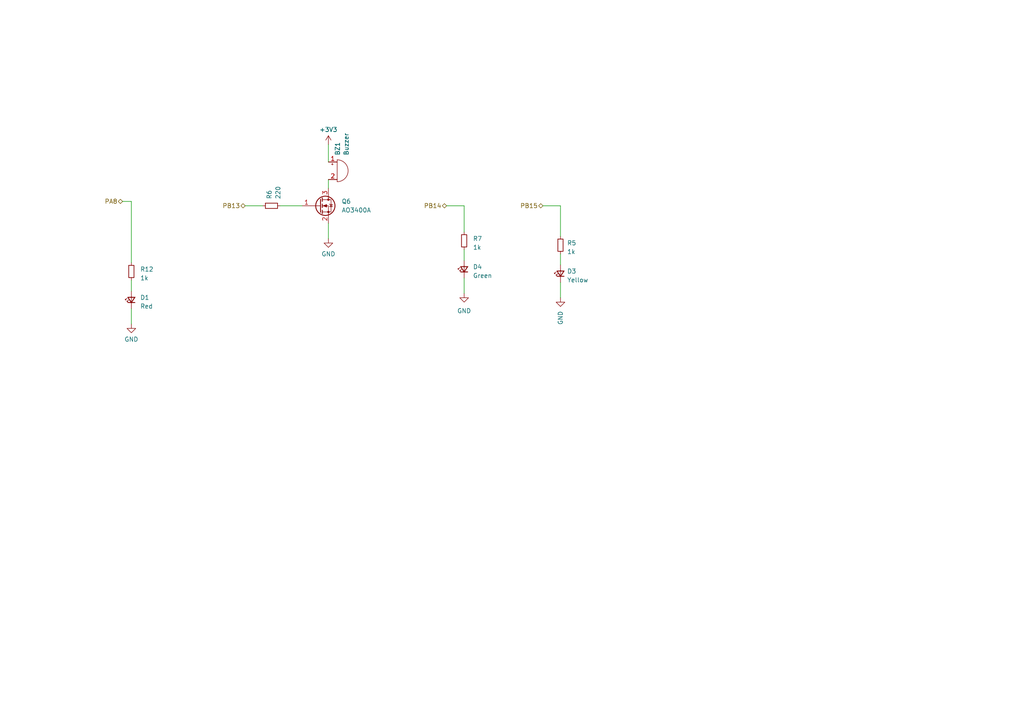
<source format=kicad_sch>
(kicad_sch
	(version 20231120)
	(generator "eeschema")
	(generator_version "8.0")
	(uuid "91e5d31f-71b0-4b7a-815d-e875d7544a4e")
	(paper "A4")
	(lib_symbols
		(symbol "AO3400A_1"
			(pin_names hide)
			(exclude_from_sim no)
			(in_bom yes)
			(on_board yes)
			(property "Reference" "Q"
				(at 5.08 1.905 0)
				(effects
					(font
						(size 1.27 1.27)
					)
					(justify left)
				)
			)
			(property "Value" "AO3400A"
				(at 5.08 0 0)
				(effects
					(font
						(size 1.27 1.27)
					)
					(justify left)
				)
			)
			(property "Footprint" "Package_TO_SOT_SMD:SOT-23"
				(at 5.08 -1.905 0)
				(effects
					(font
						(size 1.27 1.27)
						(italic yes)
					)
					(justify left)
					(hide yes)
				)
			)
			(property "Datasheet" "http://www.aosmd.com/pdfs/datasheet/AO3400A.pdf"
				(at 5.08 -3.81 0)
				(effects
					(font
						(size 1.27 1.27)
					)
					(justify left)
					(hide yes)
				)
			)
			(property "Description" "30V Vds, 5.7A Id, N-Channel MOSFET, SOT-23"
				(at 0 0 0)
				(effects
					(font
						(size 1.27 1.27)
					)
					(hide yes)
				)
			)
			(property "ki_keywords" "N-Channel MOSFET"
				(at 0 0 0)
				(effects
					(font
						(size 1.27 1.27)
					)
					(hide yes)
				)
			)
			(property "ki_fp_filters" "SOT?23*"
				(at 0 0 0)
				(effects
					(font
						(size 1.27 1.27)
					)
					(hide yes)
				)
			)
			(symbol "AO3400A_1_0_1"
				(polyline
					(pts
						(xy 0.254 0) (xy -2.54 0)
					)
					(stroke
						(width 0)
						(type default)
					)
					(fill
						(type none)
					)
				)
				(polyline
					(pts
						(xy 0.254 1.905) (xy 0.254 -1.905)
					)
					(stroke
						(width 0.254)
						(type default)
					)
					(fill
						(type none)
					)
				)
				(polyline
					(pts
						(xy 0.762 -1.27) (xy 0.762 -2.286)
					)
					(stroke
						(width 0.254)
						(type default)
					)
					(fill
						(type none)
					)
				)
				(polyline
					(pts
						(xy 0.762 0.508) (xy 0.762 -0.508)
					)
					(stroke
						(width 0.254)
						(type default)
					)
					(fill
						(type none)
					)
				)
				(polyline
					(pts
						(xy 0.762 2.286) (xy 0.762 1.27)
					)
					(stroke
						(width 0.254)
						(type default)
					)
					(fill
						(type none)
					)
				)
				(polyline
					(pts
						(xy 2.54 2.54) (xy 2.54 1.778)
					)
					(stroke
						(width 0)
						(type default)
					)
					(fill
						(type none)
					)
				)
				(polyline
					(pts
						(xy 2.54 -2.54) (xy 2.54 0) (xy 0.762 0)
					)
					(stroke
						(width 0)
						(type default)
					)
					(fill
						(type none)
					)
				)
				(polyline
					(pts
						(xy 0.762 -1.778) (xy 3.302 -1.778) (xy 3.302 1.778) (xy 0.762 1.778)
					)
					(stroke
						(width 0)
						(type default)
					)
					(fill
						(type none)
					)
				)
				(polyline
					(pts
						(xy 1.016 0) (xy 2.032 0.381) (xy 2.032 -0.381) (xy 1.016 0)
					)
					(stroke
						(width 0)
						(type default)
					)
					(fill
						(type outline)
					)
				)
				(polyline
					(pts
						(xy 2.794 0.508) (xy 2.921 0.381) (xy 3.683 0.381) (xy 3.81 0.254)
					)
					(stroke
						(width 0)
						(type default)
					)
					(fill
						(type none)
					)
				)
				(polyline
					(pts
						(xy 3.302 0.381) (xy 2.921 -0.254) (xy 3.683 -0.254) (xy 3.302 0.381)
					)
					(stroke
						(width 0)
						(type default)
					)
					(fill
						(type none)
					)
				)
				(circle
					(center 1.651 0)
					(radius 2.794)
					(stroke
						(width 0.254)
						(type default)
					)
					(fill
						(type none)
					)
				)
				(circle
					(center 2.54 -1.778)
					(radius 0.254)
					(stroke
						(width 0)
						(type default)
					)
					(fill
						(type outline)
					)
				)
				(circle
					(center 2.54 1.778)
					(radius 0.254)
					(stroke
						(width 0)
						(type default)
					)
					(fill
						(type outline)
					)
				)
			)
			(symbol "AO3400A_1_1_1"
				(pin input line
					(at -5.08 0 0)
					(length 2.54)
					(name "G"
						(effects
							(font
								(size 1.27 1.27)
							)
						)
					)
					(number "1"
						(effects
							(font
								(size 1.27 1.27)
							)
						)
					)
				)
				(pin passive line
					(at 2.54 -5.08 90)
					(length 2.54)
					(name "S"
						(effects
							(font
								(size 1.27 1.27)
							)
						)
					)
					(number "2"
						(effects
							(font
								(size 1.27 1.27)
							)
						)
					)
				)
				(pin passive line
					(at 2.54 5.08 270)
					(length 2.54)
					(name "D"
						(effects
							(font
								(size 1.27 1.27)
							)
						)
					)
					(number "3"
						(effects
							(font
								(size 1.27 1.27)
							)
						)
					)
				)
			)
		)
		(symbol "Device:Buzzer"
			(pin_names
				(offset 0.0254) hide)
			(exclude_from_sim no)
			(in_bom yes)
			(on_board yes)
			(property "Reference" "BZ"
				(at 3.81 1.27 0)
				(effects
					(font
						(size 1.27 1.27)
					)
					(justify left)
				)
			)
			(property "Value" "Buzzer"
				(at 3.81 -1.27 0)
				(effects
					(font
						(size 1.27 1.27)
					)
					(justify left)
				)
			)
			(property "Footprint" ""
				(at -0.635 2.54 90)
				(effects
					(font
						(size 1.27 1.27)
					)
					(hide yes)
				)
			)
			(property "Datasheet" "~"
				(at -0.635 2.54 90)
				(effects
					(font
						(size 1.27 1.27)
					)
					(hide yes)
				)
			)
			(property "Description" "Buzzer, polarized"
				(at 0 0 0)
				(effects
					(font
						(size 1.27 1.27)
					)
					(hide yes)
				)
			)
			(property "ki_keywords" "quartz resonator ceramic"
				(at 0 0 0)
				(effects
					(font
						(size 1.27 1.27)
					)
					(hide yes)
				)
			)
			(property "ki_fp_filters" "*Buzzer*"
				(at 0 0 0)
				(effects
					(font
						(size 1.27 1.27)
					)
					(hide yes)
				)
			)
			(symbol "Buzzer_0_1"
				(arc
					(start 0 -3.175)
					(mid 3.1612 0)
					(end 0 3.175)
					(stroke
						(width 0)
						(type default)
					)
					(fill
						(type none)
					)
				)
				(polyline
					(pts
						(xy -1.651 1.905) (xy -1.143 1.905)
					)
					(stroke
						(width 0)
						(type default)
					)
					(fill
						(type none)
					)
				)
				(polyline
					(pts
						(xy -1.397 2.159) (xy -1.397 1.651)
					)
					(stroke
						(width 0)
						(type default)
					)
					(fill
						(type none)
					)
				)
				(polyline
					(pts
						(xy 0 3.175) (xy 0 -3.175)
					)
					(stroke
						(width 0)
						(type default)
					)
					(fill
						(type none)
					)
				)
			)
			(symbol "Buzzer_1_1"
				(pin passive line
					(at -2.54 2.54 0)
					(length 2.54)
					(name "-"
						(effects
							(font
								(size 1.27 1.27)
							)
						)
					)
					(number "1"
						(effects
							(font
								(size 1.27 1.27)
							)
						)
					)
				)
				(pin passive line
					(at -2.54 -2.54 0)
					(length 2.54)
					(name "+"
						(effects
							(font
								(size 1.27 1.27)
							)
						)
					)
					(number "2"
						(effects
							(font
								(size 1.27 1.27)
							)
						)
					)
				)
			)
		)
		(symbol "Device:LED_Small"
			(pin_numbers hide)
			(pin_names
				(offset 0.254) hide)
			(exclude_from_sim no)
			(in_bom yes)
			(on_board yes)
			(property "Reference" "D"
				(at -1.27 3.175 0)
				(effects
					(font
						(size 1.27 1.27)
					)
					(justify left)
				)
			)
			(property "Value" "LED_Small"
				(at -4.445 -2.54 0)
				(effects
					(font
						(size 1.27 1.27)
					)
					(justify left)
				)
			)
			(property "Footprint" ""
				(at 0 0 90)
				(effects
					(font
						(size 1.27 1.27)
					)
					(hide yes)
				)
			)
			(property "Datasheet" "~"
				(at 0 0 90)
				(effects
					(font
						(size 1.27 1.27)
					)
					(hide yes)
				)
			)
			(property "Description" "Light emitting diode, small symbol"
				(at 0 0 0)
				(effects
					(font
						(size 1.27 1.27)
					)
					(hide yes)
				)
			)
			(property "ki_keywords" "LED diode light-emitting-diode"
				(at 0 0 0)
				(effects
					(font
						(size 1.27 1.27)
					)
					(hide yes)
				)
			)
			(property "ki_fp_filters" "LED* LED_SMD:* LED_THT:*"
				(at 0 0 0)
				(effects
					(font
						(size 1.27 1.27)
					)
					(hide yes)
				)
			)
			(symbol "LED_Small_0_1"
				(polyline
					(pts
						(xy -0.762 -1.016) (xy -0.762 1.016)
					)
					(stroke
						(width 0.254)
						(type default)
					)
					(fill
						(type none)
					)
				)
				(polyline
					(pts
						(xy 1.016 0) (xy -0.762 0)
					)
					(stroke
						(width 0)
						(type default)
					)
					(fill
						(type none)
					)
				)
				(polyline
					(pts
						(xy 0.762 -1.016) (xy -0.762 0) (xy 0.762 1.016) (xy 0.762 -1.016)
					)
					(stroke
						(width 0.254)
						(type default)
					)
					(fill
						(type none)
					)
				)
				(polyline
					(pts
						(xy 0 0.762) (xy -0.508 1.27) (xy -0.254 1.27) (xy -0.508 1.27) (xy -0.508 1.016)
					)
					(stroke
						(width 0)
						(type default)
					)
					(fill
						(type none)
					)
				)
				(polyline
					(pts
						(xy 0.508 1.27) (xy 0 1.778) (xy 0.254 1.778) (xy 0 1.778) (xy 0 1.524)
					)
					(stroke
						(width 0)
						(type default)
					)
					(fill
						(type none)
					)
				)
			)
			(symbol "LED_Small_1_1"
				(pin passive line
					(at -2.54 0 0)
					(length 1.778)
					(name "K"
						(effects
							(font
								(size 1.27 1.27)
							)
						)
					)
					(number "1"
						(effects
							(font
								(size 1.27 1.27)
							)
						)
					)
				)
				(pin passive line
					(at 2.54 0 180)
					(length 1.778)
					(name "A"
						(effects
							(font
								(size 1.27 1.27)
							)
						)
					)
					(number "2"
						(effects
							(font
								(size 1.27 1.27)
							)
						)
					)
				)
			)
		)
		(symbol "Device:R_Small"
			(pin_numbers hide)
			(pin_names
				(offset 0.254) hide)
			(exclude_from_sim no)
			(in_bom yes)
			(on_board yes)
			(property "Reference" "R"
				(at 0.762 0.508 0)
				(effects
					(font
						(size 1.27 1.27)
					)
					(justify left)
				)
			)
			(property "Value" "R_Small"
				(at 0.762 -1.016 0)
				(effects
					(font
						(size 1.27 1.27)
					)
					(justify left)
				)
			)
			(property "Footprint" ""
				(at 0 0 0)
				(effects
					(font
						(size 1.27 1.27)
					)
					(hide yes)
				)
			)
			(property "Datasheet" "~"
				(at 0 0 0)
				(effects
					(font
						(size 1.27 1.27)
					)
					(hide yes)
				)
			)
			(property "Description" "Resistor, small symbol"
				(at 0 0 0)
				(effects
					(font
						(size 1.27 1.27)
					)
					(hide yes)
				)
			)
			(property "ki_keywords" "R resistor"
				(at 0 0 0)
				(effects
					(font
						(size 1.27 1.27)
					)
					(hide yes)
				)
			)
			(property "ki_fp_filters" "R_*"
				(at 0 0 0)
				(effects
					(font
						(size 1.27 1.27)
					)
					(hide yes)
				)
			)
			(symbol "R_Small_0_1"
				(rectangle
					(start -0.762 1.778)
					(end 0.762 -1.778)
					(stroke
						(width 0.2032)
						(type default)
					)
					(fill
						(type none)
					)
				)
			)
			(symbol "R_Small_1_1"
				(pin passive line
					(at 0 2.54 270)
					(length 0.762)
					(name "~"
						(effects
							(font
								(size 1.27 1.27)
							)
						)
					)
					(number "1"
						(effects
							(font
								(size 1.27 1.27)
							)
						)
					)
				)
				(pin passive line
					(at 0 -2.54 90)
					(length 0.762)
					(name "~"
						(effects
							(font
								(size 1.27 1.27)
							)
						)
					)
					(number "2"
						(effects
							(font
								(size 1.27 1.27)
							)
						)
					)
				)
			)
		)
		(symbol "power:+3V3"
			(power)
			(pin_names
				(offset 0)
			)
			(exclude_from_sim no)
			(in_bom yes)
			(on_board yes)
			(property "Reference" "#PWR"
				(at 0 -3.81 0)
				(effects
					(font
						(size 1.27 1.27)
					)
					(hide yes)
				)
			)
			(property "Value" "+3V3"
				(at 0 3.556 0)
				(effects
					(font
						(size 1.27 1.27)
					)
				)
			)
			(property "Footprint" ""
				(at 0 0 0)
				(effects
					(font
						(size 1.27 1.27)
					)
					(hide yes)
				)
			)
			(property "Datasheet" ""
				(at 0 0 0)
				(effects
					(font
						(size 1.27 1.27)
					)
					(hide yes)
				)
			)
			(property "Description" "Power symbol creates a global label with name \"+3V3\""
				(at 0 0 0)
				(effects
					(font
						(size 1.27 1.27)
					)
					(hide yes)
				)
			)
			(property "ki_keywords" "power-flag"
				(at 0 0 0)
				(effects
					(font
						(size 1.27 1.27)
					)
					(hide yes)
				)
			)
			(symbol "+3V3_0_1"
				(polyline
					(pts
						(xy -0.762 1.27) (xy 0 2.54)
					)
					(stroke
						(width 0)
						(type default)
					)
					(fill
						(type none)
					)
				)
				(polyline
					(pts
						(xy 0 0) (xy 0 2.54)
					)
					(stroke
						(width 0)
						(type default)
					)
					(fill
						(type none)
					)
				)
				(polyline
					(pts
						(xy 0 2.54) (xy 0.762 1.27)
					)
					(stroke
						(width 0)
						(type default)
					)
					(fill
						(type none)
					)
				)
			)
			(symbol "+3V3_1_1"
				(pin power_in line
					(at 0 0 90)
					(length 0) hide
					(name "+3V3"
						(effects
							(font
								(size 1.27 1.27)
							)
						)
					)
					(number "1"
						(effects
							(font
								(size 1.27 1.27)
							)
						)
					)
				)
			)
		)
		(symbol "power:GND"
			(power)
			(pin_names
				(offset 0)
			)
			(exclude_from_sim no)
			(in_bom yes)
			(on_board yes)
			(property "Reference" "#PWR"
				(at 0 -6.35 0)
				(effects
					(font
						(size 1.27 1.27)
					)
					(hide yes)
				)
			)
			(property "Value" "GND"
				(at 0 -3.81 0)
				(effects
					(font
						(size 1.27 1.27)
					)
				)
			)
			(property "Footprint" ""
				(at 0 0 0)
				(effects
					(font
						(size 1.27 1.27)
					)
					(hide yes)
				)
			)
			(property "Datasheet" ""
				(at 0 0 0)
				(effects
					(font
						(size 1.27 1.27)
					)
					(hide yes)
				)
			)
			(property "Description" "Power symbol creates a global label with name \"GND\" , ground"
				(at 0 0 0)
				(effects
					(font
						(size 1.27 1.27)
					)
					(hide yes)
				)
			)
			(property "ki_keywords" "power-flag"
				(at 0 0 0)
				(effects
					(font
						(size 1.27 1.27)
					)
					(hide yes)
				)
			)
			(symbol "GND_0_1"
				(polyline
					(pts
						(xy 0 0) (xy 0 -1.27) (xy 1.27 -1.27) (xy 0 -2.54) (xy -1.27 -1.27) (xy 0 -1.27)
					)
					(stroke
						(width 0)
						(type default)
					)
					(fill
						(type none)
					)
				)
			)
			(symbol "GND_1_1"
				(pin power_in line
					(at 0 0 270)
					(length 0) hide
					(name "GND"
						(effects
							(font
								(size 1.27 1.27)
							)
						)
					)
					(number "1"
						(effects
							(font
								(size 1.27 1.27)
							)
						)
					)
				)
			)
		)
	)
	(wire
		(pts
			(xy 38.1 81.28) (xy 38.1 84.455)
		)
		(stroke
			(width 0)
			(type default)
		)
		(uuid "08e9c1b9-8531-43b7-8725-3fea9caab864")
	)
	(wire
		(pts
			(xy 95.25 64.77) (xy 95.25 69.215)
		)
		(stroke
			(width 0)
			(type default)
		)
		(uuid "20dd97c1-de2e-496e-a880-e0c56edc1153")
	)
	(wire
		(pts
			(xy 95.25 52.07) (xy 95.25 54.61)
		)
		(stroke
			(width 0)
			(type default)
		)
		(uuid "462e9a34-c236-4224-ab61-a35b7cbf2e63")
	)
	(wire
		(pts
			(xy 71.12 59.69) (xy 76.2 59.69)
		)
		(stroke
			(width 0)
			(type default)
		)
		(uuid "501cf441-4100-44f0-b3f0-276c23f615cc")
	)
	(wire
		(pts
			(xy 134.62 72.39) (xy 134.62 75.565)
		)
		(stroke
			(width 0)
			(type default)
		)
		(uuid "5a7cf51f-26e6-41e8-93eb-082155aa0b2b")
	)
	(wire
		(pts
			(xy 157.48 59.69) (xy 162.56 59.69)
		)
		(stroke
			(width 0)
			(type default)
		)
		(uuid "68d9c40a-bdd1-4d1c-8872-dc4f8ebb84e1")
	)
	(wire
		(pts
			(xy 95.25 41.91) (xy 95.25 46.99)
		)
		(stroke
			(width 0)
			(type default)
		)
		(uuid "8c33377d-8cff-44af-8839-fedd90fe30f9")
	)
	(wire
		(pts
			(xy 134.62 80.645) (xy 134.62 85.09)
		)
		(stroke
			(width 0)
			(type default)
		)
		(uuid "8fd243e9-072b-4455-b86b-569ab1d62206")
	)
	(wire
		(pts
			(xy 162.56 73.66) (xy 162.56 76.835)
		)
		(stroke
			(width 0)
			(type default)
		)
		(uuid "92be7a98-d01c-4445-9a75-52e4dbac81a7")
	)
	(wire
		(pts
			(xy 81.28 59.69) (xy 87.63 59.69)
		)
		(stroke
			(width 0)
			(type default)
		)
		(uuid "a68aec1a-bba8-4430-a6bc-d3bf2ae7037f")
	)
	(wire
		(pts
			(xy 162.56 59.69) (xy 162.56 68.58)
		)
		(stroke
			(width 0)
			(type default)
		)
		(uuid "aee321a0-b10b-4e4f-ae27-c494bcd657c4")
	)
	(wire
		(pts
			(xy 38.1 58.42) (xy 35.56 58.42)
		)
		(stroke
			(width 0)
			(type default)
		)
		(uuid "bdffe013-ed74-4e8b-8ab3-12594156e171")
	)
	(wire
		(pts
			(xy 38.1 58.42) (xy 38.1 76.2)
		)
		(stroke
			(width 0)
			(type default)
		)
		(uuid "c60922a3-e1be-4ae9-9348-1b02808fa15f")
	)
	(wire
		(pts
			(xy 134.62 59.69) (xy 134.62 67.31)
		)
		(stroke
			(width 0)
			(type default)
		)
		(uuid "c94a69c2-4fae-484a-a002-05a6c102d3eb")
	)
	(wire
		(pts
			(xy 162.56 81.915) (xy 162.56 86.36)
		)
		(stroke
			(width 0)
			(type default)
		)
		(uuid "dbd5517f-5883-4e94-b81e-92f5fb858072")
	)
	(wire
		(pts
			(xy 38.1 89.535) (xy 38.1 93.98)
		)
		(stroke
			(width 0)
			(type default)
		)
		(uuid "ee01865f-0565-47da-9b80-9d7c5e756d30")
	)
	(wire
		(pts
			(xy 129.54 59.69) (xy 134.62 59.69)
		)
		(stroke
			(width 0)
			(type default)
		)
		(uuid "fa1530a8-6039-41cb-8190-29c865591596")
	)
	(hierarchical_label "PA8"
		(shape bidirectional)
		(at 35.56 58.42 180)
		(fields_autoplaced yes)
		(effects
			(font
				(size 1.27 1.27)
			)
			(justify right)
		)
		(uuid "168e1eb6-2dbd-4e84-b6dd-4f93b889e9d9")
	)
	(hierarchical_label "PB13"
		(shape bidirectional)
		(at 71.12 59.69 180)
		(fields_autoplaced yes)
		(effects
			(font
				(size 1.27 1.27)
			)
			(justify right)
		)
		(uuid "30d342f6-99a6-475d-8493-dd2aa0121d4b")
	)
	(hierarchical_label "PB15"
		(shape bidirectional)
		(at 157.48 59.69 180)
		(fields_autoplaced yes)
		(effects
			(font
				(size 1.27 1.27)
			)
			(justify right)
		)
		(uuid "79b6080a-8b85-4d95-bacd-81309f4bd022")
	)
	(hierarchical_label "PB14"
		(shape bidirectional)
		(at 129.54 59.69 180)
		(fields_autoplaced yes)
		(effects
			(font
				(size 1.27 1.27)
			)
			(justify right)
		)
		(uuid "e019c792-291f-4083-8b49-67be9d1593f8")
	)
	(symbol
		(lib_id "Device:R_Small")
		(at 134.62 69.85 180)
		(unit 1)
		(exclude_from_sim no)
		(in_bom yes)
		(on_board yes)
		(dnp no)
		(fields_autoplaced yes)
		(uuid "223e263d-077f-4f50-b799-4f19b9379d33")
		(property "Reference" "R7"
			(at 137.16 69.215 0)
			(effects
				(font
					(size 1.27 1.27)
				)
				(justify right)
			)
		)
		(property "Value" "1k"
			(at 137.16 71.755 0)
			(effects
				(font
					(size 1.27 1.27)
				)
				(justify right)
			)
		)
		(property "Footprint" "Resistor_SMD:R_0603_1608Metric"
			(at 134.62 69.85 0)
			(effects
				(font
					(size 1.27 1.27)
				)
				(hide yes)
			)
		)
		(property "Datasheet" "~"
			(at 134.62 69.85 0)
			(effects
				(font
					(size 1.27 1.27)
				)
				(hide yes)
			)
		)
		(property "Description" ""
			(at 134.62 69.85 0)
			(effects
				(font
					(size 1.27 1.27)
				)
				(hide yes)
			)
		)
		(pin "1"
			(uuid "1cab271f-f742-4d5d-acbc-802ab9676013")
		)
		(pin "2"
			(uuid "101b34ef-d194-49ec-9235-ef50d8be6e03")
		)
		(instances
			(project "remote_controller"
				(path "/e63e39d7-6ac0-4ffd-8aa3-1841a4541b55/a3055886-949d-4132-bd0e-9f28edad5126"
					(reference "R7")
					(unit 1)
				)
			)
		)
	)
	(symbol
		(lib_id "power:GND")
		(at 38.1 93.98 0)
		(unit 1)
		(exclude_from_sim no)
		(in_bom yes)
		(on_board yes)
		(dnp no)
		(fields_autoplaced yes)
		(uuid "36875ace-de5a-4123-86f2-cb0e93980ef5")
		(property "Reference" "#PWR028"
			(at 38.1 100.33 0)
			(effects
				(font
					(size 1.27 1.27)
				)
				(hide yes)
			)
		)
		(property "Value" "GND"
			(at 38.1 98.425 0)
			(effects
				(font
					(size 1.27 1.27)
				)
			)
		)
		(property "Footprint" ""
			(at 38.1 93.98 0)
			(effects
				(font
					(size 1.27 1.27)
				)
				(hide yes)
			)
		)
		(property "Datasheet" ""
			(at 38.1 93.98 0)
			(effects
				(font
					(size 1.27 1.27)
				)
				(hide yes)
			)
		)
		(property "Description" ""
			(at 38.1 93.98 0)
			(effects
				(font
					(size 1.27 1.27)
				)
				(hide yes)
			)
		)
		(pin "1"
			(uuid "bc8e3778-8ad4-44bd-bc3d-4ee94b10461b")
		)
		(instances
			(project "remote_controller"
				(path "/e63e39d7-6ac0-4ffd-8aa3-1841a4541b55/a3055886-949d-4132-bd0e-9f28edad5126"
					(reference "#PWR028")
					(unit 1)
				)
			)
		)
	)
	(symbol
		(lib_id "Device:LED_Small")
		(at 162.56 79.375 90)
		(unit 1)
		(exclude_from_sim no)
		(in_bom yes)
		(on_board yes)
		(dnp no)
		(fields_autoplaced yes)
		(uuid "3ca3d18e-0238-4576-9832-721888bdccf2")
		(property "Reference" "D3"
			(at 164.465 78.6765 90)
			(effects
				(font
					(size 1.27 1.27)
				)
				(justify right)
			)
		)
		(property "Value" "Yellow"
			(at 164.465 81.2165 90)
			(effects
				(font
					(size 1.27 1.27)
				)
				(justify right)
			)
		)
		(property "Footprint" "LED_SMD:LED_0603_1608Metric"
			(at 162.56 79.375 90)
			(effects
				(font
					(size 1.27 1.27)
				)
				(hide yes)
			)
		)
		(property "Datasheet" "~"
			(at 162.56 79.375 90)
			(effects
				(font
					(size 1.27 1.27)
				)
				(hide yes)
			)
		)
		(property "Description" ""
			(at 162.56 79.375 0)
			(effects
				(font
					(size 1.27 1.27)
				)
				(hide yes)
			)
		)
		(pin "1"
			(uuid "a9f64bc5-b57c-4302-ac75-83d906465f99")
		)
		(pin "2"
			(uuid "55e54083-0b56-4c26-851e-fab47fe4e277")
		)
		(instances
			(project "remote_controller"
				(path "/e63e39d7-6ac0-4ffd-8aa3-1841a4541b55/a3055886-949d-4132-bd0e-9f28edad5126"
					(reference "D3")
					(unit 1)
				)
			)
		)
	)
	(symbol
		(lib_id "power:+3V3")
		(at 95.25 41.91 0)
		(unit 1)
		(exclude_from_sim no)
		(in_bom yes)
		(on_board yes)
		(dnp no)
		(fields_autoplaced yes)
		(uuid "57f06444-acf7-44eb-9441-af124f6ee1a8")
		(property "Reference" "#PWR014"
			(at 95.25 45.72 0)
			(effects
				(font
					(size 1.27 1.27)
				)
				(hide yes)
			)
		)
		(property "Value" "+3V3"
			(at 95.25 37.592 0)
			(effects
				(font
					(size 1.27 1.27)
				)
			)
		)
		(property "Footprint" ""
			(at 95.25 41.91 0)
			(effects
				(font
					(size 1.27 1.27)
				)
				(hide yes)
			)
		)
		(property "Datasheet" ""
			(at 95.25 41.91 0)
			(effects
				(font
					(size 1.27 1.27)
				)
				(hide yes)
			)
		)
		(property "Description" ""
			(at 95.25 41.91 0)
			(effects
				(font
					(size 1.27 1.27)
				)
				(hide yes)
			)
		)
		(pin "1"
			(uuid "ebd64b2f-e641-4095-b331-18915e0d78e4")
		)
		(instances
			(project "remote_controller"
				(path "/e63e39d7-6ac0-4ffd-8aa3-1841a4541b55/a3055886-949d-4132-bd0e-9f28edad5126"
					(reference "#PWR014")
					(unit 1)
				)
			)
		)
	)
	(symbol
		(lib_id "Device:R_Small")
		(at 78.74 59.69 270)
		(unit 1)
		(exclude_from_sim no)
		(in_bom yes)
		(on_board yes)
		(dnp no)
		(fields_autoplaced yes)
		(uuid "60ad5420-02f7-4213-b851-22530ea8638a")
		(property "Reference" "R6"
			(at 78.105 57.785 0)
			(effects
				(font
					(size 1.27 1.27)
				)
				(justify right)
			)
		)
		(property "Value" "220"
			(at 80.645 57.785 0)
			(effects
				(font
					(size 1.27 1.27)
				)
				(justify right)
			)
		)
		(property "Footprint" "Resistor_SMD:R_0603_1608Metric"
			(at 78.74 59.69 0)
			(effects
				(font
					(size 1.27 1.27)
				)
				(hide yes)
			)
		)
		(property "Datasheet" "~"
			(at 78.74 59.69 0)
			(effects
				(font
					(size 1.27 1.27)
				)
				(hide yes)
			)
		)
		(property "Description" ""
			(at 78.74 59.69 0)
			(effects
				(font
					(size 1.27 1.27)
				)
				(hide yes)
			)
		)
		(pin "1"
			(uuid "0b9278a4-4a8e-4361-b3d0-c48a03ebe3f4")
		)
		(pin "2"
			(uuid "a9dcd849-0363-449b-879f-5044519c0526")
		)
		(instances
			(project "remote_controller"
				(path "/e63e39d7-6ac0-4ffd-8aa3-1841a4541b55/a3055886-949d-4132-bd0e-9f28edad5126"
					(reference "R6")
					(unit 1)
				)
			)
		)
	)
	(symbol
		(lib_id "power:GND")
		(at 95.25 69.215 0)
		(unit 1)
		(exclude_from_sim no)
		(in_bom yes)
		(on_board yes)
		(dnp no)
		(fields_autoplaced yes)
		(uuid "6dc581f8-99e5-40c5-94fa-bced2f52633a")
		(property "Reference" "#PWR015"
			(at 95.25 75.565 0)
			(effects
				(font
					(size 1.27 1.27)
				)
				(hide yes)
			)
		)
		(property "Value" "GND"
			(at 95.25 73.66 0)
			(effects
				(font
					(size 1.27 1.27)
				)
			)
		)
		(property "Footprint" ""
			(at 95.25 69.215 0)
			(effects
				(font
					(size 1.27 1.27)
				)
				(hide yes)
			)
		)
		(property "Datasheet" ""
			(at 95.25 69.215 0)
			(effects
				(font
					(size 1.27 1.27)
				)
				(hide yes)
			)
		)
		(property "Description" ""
			(at 95.25 69.215 0)
			(effects
				(font
					(size 1.27 1.27)
				)
				(hide yes)
			)
		)
		(pin "1"
			(uuid "3dc1ad87-fa45-454b-b05a-968d2ae06207")
		)
		(instances
			(project "remote_controller"
				(path "/e63e39d7-6ac0-4ffd-8aa3-1841a4541b55/a3055886-949d-4132-bd0e-9f28edad5126"
					(reference "#PWR015")
					(unit 1)
				)
			)
		)
	)
	(symbol
		(lib_id "power:GND")
		(at 134.62 85.09 0)
		(unit 1)
		(exclude_from_sim no)
		(in_bom yes)
		(on_board yes)
		(dnp no)
		(fields_autoplaced yes)
		(uuid "87472370-dc06-4d5e-bd11-01fbf6339b42")
		(property "Reference" "#PWR013"
			(at 134.62 91.44 0)
			(effects
				(font
					(size 1.27 1.27)
				)
				(hide yes)
			)
		)
		(property "Value" "GND"
			(at 134.62 90.17 0)
			(effects
				(font
					(size 1.27 1.27)
				)
			)
		)
		(property "Footprint" ""
			(at 134.62 85.09 0)
			(effects
				(font
					(size 1.27 1.27)
				)
				(hide yes)
			)
		)
		(property "Datasheet" ""
			(at 134.62 85.09 0)
			(effects
				(font
					(size 1.27 1.27)
				)
				(hide yes)
			)
		)
		(property "Description" ""
			(at 134.62 85.09 0)
			(effects
				(font
					(size 1.27 1.27)
				)
				(hide yes)
			)
		)
		(pin "1"
			(uuid "b55fb48e-3e06-4715-bd56-504d43751cbe")
		)
		(instances
			(project "remote_controller"
				(path "/e63e39d7-6ac0-4ffd-8aa3-1841a4541b55/a3055886-949d-4132-bd0e-9f28edad5126"
					(reference "#PWR013")
					(unit 1)
				)
			)
		)
	)
	(symbol
		(lib_id "Device:LED_Small")
		(at 38.1 86.995 90)
		(unit 1)
		(exclude_from_sim no)
		(in_bom yes)
		(on_board yes)
		(dnp no)
		(fields_autoplaced yes)
		(uuid "8d3ec406-462a-4397-8c9c-6dcbc8d6b447")
		(property "Reference" "D1"
			(at 40.64 86.2965 90)
			(effects
				(font
					(size 1.27 1.27)
				)
				(justify right)
			)
		)
		(property "Value" "Red"
			(at 40.64 88.8365 90)
			(effects
				(font
					(size 1.27 1.27)
				)
				(justify right)
			)
		)
		(property "Footprint" "LED_SMD:LED_0603_1608Metric"
			(at 38.1 86.995 90)
			(effects
				(font
					(size 1.27 1.27)
				)
				(hide yes)
			)
		)
		(property "Datasheet" "~"
			(at 38.1 86.995 90)
			(effects
				(font
					(size 1.27 1.27)
				)
				(hide yes)
			)
		)
		(property "Description" ""
			(at 38.1 86.995 0)
			(effects
				(font
					(size 1.27 1.27)
				)
				(hide yes)
			)
		)
		(pin "1"
			(uuid "bd1fdb9f-e5bf-4887-bc7b-914447526915")
		)
		(pin "2"
			(uuid "efc238ae-6507-4452-88fa-0f0218f5f741")
		)
		(instances
			(project "remote_controller"
				(path "/e63e39d7-6ac0-4ffd-8aa3-1841a4541b55/a3055886-949d-4132-bd0e-9f28edad5126"
					(reference "D1")
					(unit 1)
				)
			)
		)
	)
	(symbol
		(lib_id "Device:Buzzer")
		(at 97.79 49.53 0)
		(unit 1)
		(exclude_from_sim no)
		(in_bom yes)
		(on_board yes)
		(dnp no)
		(fields_autoplaced yes)
		(uuid "b197c088-c542-42dc-b99d-b2304b419a65")
		(property "Reference" "BZ1"
			(at 97.9101 45.085 90)
			(effects
				(font
					(size 1.27 1.27)
				)
				(justify left)
			)
		)
		(property "Value" "Buzzer"
			(at 100.4501 45.085 90)
			(effects
				(font
					(size 1.27 1.27)
				)
				(justify left)
			)
		)
		(property "Footprint" "IVE:Buzzer_9x5.5RM5.0"
			(at 97.155 46.99 90)
			(effects
				(font
					(size 1.27 1.27)
				)
				(hide yes)
			)
		)
		(property "Datasheet" "~"
			(at 97.155 46.99 90)
			(effects
				(font
					(size 1.27 1.27)
				)
				(hide yes)
			)
		)
		(property "Description" ""
			(at 97.79 49.53 0)
			(effects
				(font
					(size 1.27 1.27)
				)
				(hide yes)
			)
		)
		(pin "1"
			(uuid "cf57c665-30cf-4d04-8b65-ea2e4a78fe64")
		)
		(pin "2"
			(uuid "901e7b65-81b4-4c1d-b681-5cf12be07714")
		)
		(instances
			(project "remote_controller"
				(path "/e63e39d7-6ac0-4ffd-8aa3-1841a4541b55/a3055886-949d-4132-bd0e-9f28edad5126"
					(reference "BZ1")
					(unit 1)
				)
			)
		)
	)
	(symbol
		(lib_id "Device:R_Small")
		(at 38.1 78.74 180)
		(unit 1)
		(exclude_from_sim no)
		(in_bom yes)
		(on_board yes)
		(dnp no)
		(fields_autoplaced yes)
		(uuid "bf24e982-81d5-482c-b4ea-4c142cd88144")
		(property "Reference" "R12"
			(at 40.64 78.105 0)
			(effects
				(font
					(size 1.27 1.27)
				)
				(justify right)
			)
		)
		(property "Value" "1k"
			(at 40.64 80.645 0)
			(effects
				(font
					(size 1.27 1.27)
				)
				(justify right)
			)
		)
		(property "Footprint" "Resistor_SMD:R_0603_1608Metric"
			(at 38.1 78.74 0)
			(effects
				(font
					(size 1.27 1.27)
				)
				(hide yes)
			)
		)
		(property "Datasheet" "~"
			(at 38.1 78.74 0)
			(effects
				(font
					(size 1.27 1.27)
				)
				(hide yes)
			)
		)
		(property "Description" ""
			(at 38.1 78.74 0)
			(effects
				(font
					(size 1.27 1.27)
				)
				(hide yes)
			)
		)
		(pin "1"
			(uuid "34691fba-2692-425b-a5c0-b40a9b9d5aea")
		)
		(pin "2"
			(uuid "4581100e-a8d3-4592-ab0b-b748b62fb3eb")
		)
		(instances
			(project "remote_controller"
				(path "/e63e39d7-6ac0-4ffd-8aa3-1841a4541b55/a3055886-949d-4132-bd0e-9f28edad5126"
					(reference "R12")
					(unit 1)
				)
			)
		)
	)
	(symbol
		(lib_id "Device:R_Small")
		(at 162.56 71.12 180)
		(unit 1)
		(exclude_from_sim no)
		(in_bom yes)
		(on_board yes)
		(dnp no)
		(fields_autoplaced yes)
		(uuid "c4900c66-0b40-4b6b-9bed-e5fca8d1f322")
		(property "Reference" "R5"
			(at 164.465 70.485 0)
			(effects
				(font
					(size 1.27 1.27)
				)
				(justify right)
			)
		)
		(property "Value" "1k"
			(at 164.465 73.025 0)
			(effects
				(font
					(size 1.27 1.27)
				)
				(justify right)
			)
		)
		(property "Footprint" "Resistor_SMD:R_0603_1608Metric"
			(at 162.56 71.12 0)
			(effects
				(font
					(size 1.27 1.27)
				)
				(hide yes)
			)
		)
		(property "Datasheet" "~"
			(at 162.56 71.12 0)
			(effects
				(font
					(size 1.27 1.27)
				)
				(hide yes)
			)
		)
		(property "Description" ""
			(at 162.56 71.12 0)
			(effects
				(font
					(size 1.27 1.27)
				)
				(hide yes)
			)
		)
		(pin "1"
			(uuid "251ebc63-8453-4cf2-877c-41ab09900e58")
		)
		(pin "2"
			(uuid "3785811a-eb21-48fd-8b70-54d5ba5fadf4")
		)
		(instances
			(project "remote_controller"
				(path "/e63e39d7-6ac0-4ffd-8aa3-1841a4541b55/a3055886-949d-4132-bd0e-9f28edad5126"
					(reference "R5")
					(unit 1)
				)
			)
		)
	)
	(symbol
		(lib_id "power:GND")
		(at 162.56 86.36 0)
		(unit 1)
		(exclude_from_sim no)
		(in_bom yes)
		(on_board yes)
		(dnp no)
		(fields_autoplaced yes)
		(uuid "d5ae39a6-8747-4ad0-9817-432d220a0443")
		(property "Reference" "#PWR010"
			(at 162.56 92.71 0)
			(effects
				(font
					(size 1.27 1.27)
				)
				(hide yes)
			)
		)
		(property "Value" "GND"
			(at 162.5601 90.17 90)
			(effects
				(font
					(size 1.27 1.27)
				)
				(justify right)
			)
		)
		(property "Footprint" ""
			(at 162.56 86.36 0)
			(effects
				(font
					(size 1.27 1.27)
				)
				(hide yes)
			)
		)
		(property "Datasheet" ""
			(at 162.56 86.36 0)
			(effects
				(font
					(size 1.27 1.27)
				)
				(hide yes)
			)
		)
		(property "Description" ""
			(at 162.56 86.36 0)
			(effects
				(font
					(size 1.27 1.27)
				)
				(hide yes)
			)
		)
		(pin "1"
			(uuid "d75dbd29-0f36-4ba9-bf4a-89ed885e926b")
		)
		(instances
			(project "remote_controller"
				(path "/e63e39d7-6ac0-4ffd-8aa3-1841a4541b55/a3055886-949d-4132-bd0e-9f28edad5126"
					(reference "#PWR010")
					(unit 1)
				)
			)
		)
	)
	(symbol
		(lib_id "Device:LED_Small")
		(at 134.62 78.105 90)
		(unit 1)
		(exclude_from_sim no)
		(in_bom yes)
		(on_board yes)
		(dnp no)
		(fields_autoplaced yes)
		(uuid "dce516f0-2a00-4a2c-9403-5cd1a6d75906")
		(property "Reference" "D4"
			(at 137.16 77.4065 90)
			(effects
				(font
					(size 1.27 1.27)
				)
				(justify right)
			)
		)
		(property "Value" "Green"
			(at 137.16 79.9465 90)
			(effects
				(font
					(size 1.27 1.27)
				)
				(justify right)
			)
		)
		(property "Footprint" "LED_SMD:LED_0603_1608Metric"
			(at 134.62 78.105 90)
			(effects
				(font
					(size 1.27 1.27)
				)
				(hide yes)
			)
		)
		(property "Datasheet" "~"
			(at 134.62 78.105 90)
			(effects
				(font
					(size 1.27 1.27)
				)
				(hide yes)
			)
		)
		(property "Description" ""
			(at 134.62 78.105 0)
			(effects
				(font
					(size 1.27 1.27)
				)
				(hide yes)
			)
		)
		(pin "1"
			(uuid "2dfce971-5968-4157-a036-57a386d362a8")
		)
		(pin "2"
			(uuid "76e58f68-66c1-47b2-afc8-50038fdd898d")
		)
		(instances
			(project "remote_controller"
				(path "/e63e39d7-6ac0-4ffd-8aa3-1841a4541b55/a3055886-949d-4132-bd0e-9f28edad5126"
					(reference "D4")
					(unit 1)
				)
			)
		)
	)
	(symbol
		(lib_name "AO3400A_1")
		(lib_id "Transistor_FET:AO3400A")
		(at 92.71 59.69 0)
		(unit 1)
		(exclude_from_sim no)
		(in_bom yes)
		(on_board yes)
		(dnp no)
		(fields_autoplaced yes)
		(uuid "ec7b5498-602c-463c-878b-23dfb70af2ee")
		(property "Reference" "Q6"
			(at 99.06 58.4199 0)
			(effects
				(font
					(size 1.27 1.27)
				)
				(justify left)
			)
		)
		(property "Value" "AO3400A"
			(at 99.06 60.9599 0)
			(effects
				(font
					(size 1.27 1.27)
				)
				(justify left)
			)
		)
		(property "Footprint" "Package_TO_SOT_SMD:SOT-23"
			(at 97.79 61.595 0)
			(effects
				(font
					(size 1.27 1.27)
					(italic yes)
				)
				(justify left)
				(hide yes)
			)
		)
		(property "Datasheet" "http://www.aosmd.com/pdfs/datasheet/AO3400A.pdf"
			(at 97.79 63.5 0)
			(effects
				(font
					(size 1.27 1.27)
				)
				(justify left)
				(hide yes)
			)
		)
		(property "Description" "30V Vds, 5.7A Id, N-Channel MOSFET, SOT-23"
			(at 92.71 59.69 0)
			(effects
				(font
					(size 1.27 1.27)
				)
				(hide yes)
			)
		)
		(pin "2"
			(uuid "828342a9-6471-4e6c-8627-159885a1f221")
		)
		(pin "1"
			(uuid "193e1526-b8d0-4f69-88b2-e1b7ec942583")
		)
		(pin "3"
			(uuid "3827fd75-d0aa-42ce-af52-2879a64d4d9c")
		)
		(instances
			(project "remote_controller"
				(path "/e63e39d7-6ac0-4ffd-8aa3-1841a4541b55/a3055886-949d-4132-bd0e-9f28edad5126"
					(reference "Q6")
					(unit 1)
				)
			)
		)
	)
)
</source>
